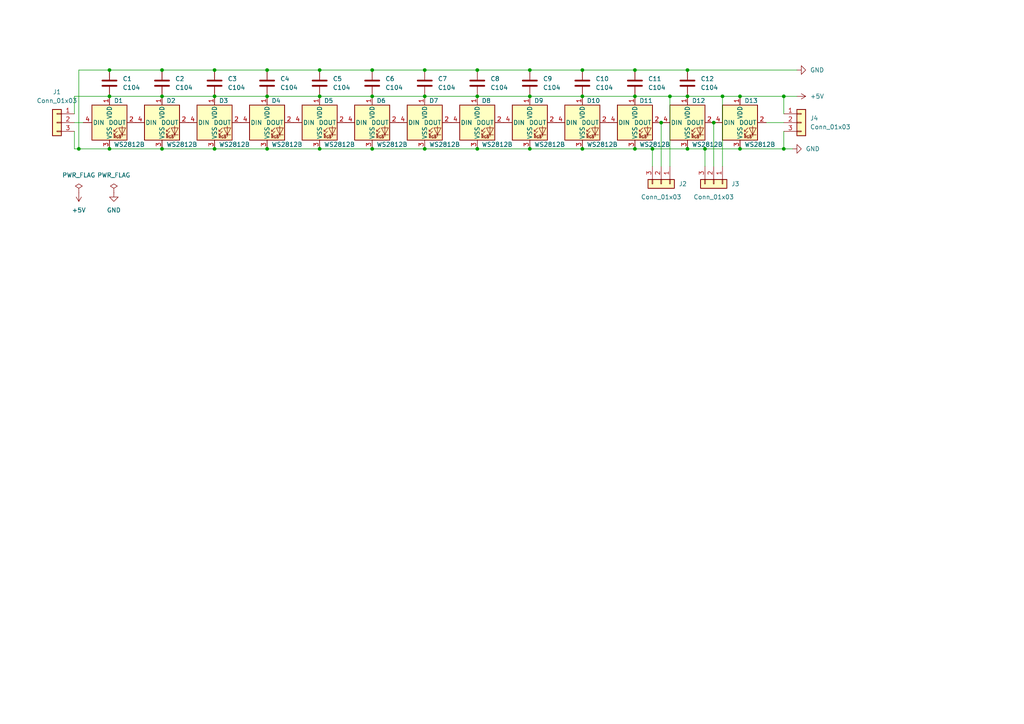
<source format=kicad_sch>
(kicad_sch (version 20211123) (generator eeschema)
  (paper "A4")
  (lib_symbols
    (symbol "Connector_Generic:Conn_01x03" (pin_names (offset 1.016) hide)
      (property "Reference" "J" (at 0 5.08 0))
      (property "Value" "Conn_01x03" (at 0 -5.08 0))
      (symbol "Conn_01x03_1_1"
        (rectangle (start -1.27 -2.413) (end 0 -2.667) (stroke (width 0.1524)))
        (rectangle (start -1.27 0.127) (end 0 -0.127) (stroke (width 0.1524)))
        (rectangle (start -1.27 2.667) (end 0 2.413) (stroke (width 0.1524)))
        (rectangle (start -1.27 3.81) (end 1.27 -3.81) (stroke (width 0.254)) (fill (type background)))
        (pin passive line (at -5.08 2.54 0) (length 3.81) (name "Pin_1") (number "1"))
        (pin passive line (at -5.08 0 0) (length 3.81) (name "Pin_2") (number "2"))
        (pin passive line (at -5.08 -2.54 0) (length 3.81) (name "Pin_3") (number "3"))
      )
    )
    (symbol "Device:C" (pin_numbers hide) (pin_names (offset 0.254))
      (property "Reference" "C" (at 0.635 2.54 0))
      (property "Value" "C" (at 0.635 -2.54 0))
      (symbol "C_0_1"
        (polyline (pts (xy -2.032 -0.762) (xy 2.032 -0.762)) (stroke (width 0.508)))
        (polyline (pts (xy -2.032 0.762) (xy 2.032 0.762)) (stroke (width 0.508)))
      )
      (symbol "C_1_1"
        (pin passive line (at 0 3.81 270) (length 2.794) (name "~") (number "1"))
        (pin passive line (at 0 -3.81 90) (length 2.794) (name "~") (number "2"))
      )
    )
    (symbol "LED:WS2812B" (pin_names (offset 0.254))
      (property "Reference" "D" (at 5.08 5.715 0))
      (property "Value" "WS2812B" (at 1.27 -5.715 0))
      (symbol "WS2812B_0_0"
        (text "RGB" (at 2.286 -4.191 0) (effects (font (size 0.762 0.762))))
      )
      (symbol "WS2812B_0_1"
        (polyline (pts (xy 1.27 -3.556) (xy 1.778 -3.556)))
        (polyline (pts (xy 1.27 -2.54) (xy 1.778 -2.54)))
        (polyline (pts (xy 4.699 -3.556) (xy 2.667 -3.556)))
        (polyline (pts (xy 2.286 -2.54) (xy 1.27 -3.556) (xy 1.27 -3.048)))
        (polyline (pts (xy 2.286 -1.524) (xy 1.27 -2.54) (xy 1.27 -2.032)))
        (polyline (pts (xy 3.683 -1.016) (xy 3.683 -3.556) (xy 3.683 -4.064)))
        (polyline (pts (xy 4.699 -1.524) (xy 2.667 -1.524) (xy 3.683 -3.556) (xy 4.699 -1.524)))
        (rectangle (start 5.08 5.08) (end -5.08 -5.08) (stroke (width 0.254)) (fill (type background)))
      )
      (symbol "WS2812B_1_1"
        (pin power_in line (at 0 7.62 270) (length 2.54) (name "VDD") (number "1"))
        (pin output line (at 7.62 0 180) (length 2.54) (name "DOUT") (number "2"))
        (pin power_in line (at 0 -7.62 90) (length 2.54) (name "VSS") (number "3"))
        (pin input line (at -7.62 0 0) (length 2.54) (name "DIN") (number "4"))
      )
    )
    (symbol "power:+5V" (power) (pin_names (offset 0))
      (property "Value" "+5V" (at 0 3.556 0))
      (symbol "+5V_0_1"
        (polyline (pts (xy -0.762 1.27) (xy 0 2.54)))
        (polyline (pts (xy 0 0) (xy 0 2.54)))
        (polyline (pts (xy 0 2.54) (xy 0.762 1.27)))
      )
      (symbol "+5V_1_1"
        (pin power_in line (at 0 0 90) (length 0) hide (name "+5V") (number "1"))
      )
    )
    (symbol "power:GND" (power) (pin_names (offset 0))
      (property "Value" "GND" (at 0 -3.81 0))
      (symbol "GND_0_1"
        (polyline (pts (xy 0 0) (xy 0 -1.27) (xy 1.27 -1.27) (xy 0 -2.54) (xy -1.27 -1.27) (xy 0 -1.27)))
      )
      (symbol "GND_1_1"
        (pin power_in line (at 0 0 270) (length 0) hide (name "GND") (number "1"))
      )
    )
    (symbol "power:PWR_FLAG" (power) (pin_numbers hide) (pin_names (offset 0) hide)
      (property "Value" "PWR_FLAG" (at 0 3.81 0))
      (symbol "PWR_FLAG_0_0"
        (pin power_out line (at 0 0 90) (length 0) (name "pwr") (number "1"))
      )
      (symbol "PWR_FLAG_0_1"
        (polyline (pts (xy 0 0) (xy 0 1.27) (xy -1.016 1.905) (xy 0 2.54) (xy 1.016 1.905) (xy 0 1.27)))
      )
    )
  )
  (junction (at 46.99 43.18))
  (junction (at 62.23 20.32))
  (junction (at 199.39 27.94))
  (junction (at 227.33 27.94))
  (junction (at 123.19 27.94))
  (junction (at 227.33 43.18))
  (junction (at 153.67 20.32))
  (junction (at 46.99 27.94))
  (junction (at 199.39 43.18))
  (junction (at 199.39 20.32))
  (junction (at 168.91 27.94))
  (junction (at 77.47 20.32))
  (junction (at 31.75 20.32))
  (junction (at 92.71 43.18))
  (junction (at 46.99 20.32))
  (junction (at 184.15 43.18))
  (junction (at 77.47 27.94))
  (junction (at 138.43 43.18))
  (junction (at 168.91 43.18))
  (junction (at 123.19 20.32))
  (junction (at 22.86 43.18))
  (junction (at 31.75 27.94))
  (junction (at 184.15 27.94))
  (junction (at 107.95 27.94))
  (junction (at 204.47 43.18))
  (junction (at 184.15 20.32))
  (junction (at 209.55 27.94))
  (junction (at 107.95 43.18))
  (junction (at 194.31 27.94))
  (junction (at 107.95 20.32))
  (junction (at 92.71 20.32))
  (junction (at 153.67 43.18))
  (junction (at 62.23 43.18))
  (junction (at 77.47 43.18))
  (junction (at 189.23 43.18))
  (junction (at 31.75 43.18))
  (junction (at 153.67 27.94))
  (junction (at 168.91 20.32))
  (junction (at 207.01 35.56))
  (junction (at 62.23 27.94))
  (junction (at 214.63 27.94))
  (junction (at 214.63 43.18))
  (junction (at 92.71 27.94))
  (junction (at 138.43 27.94))
  (junction (at 138.43 20.32))
  (junction (at 191.77 35.56))
  (junction (at 123.19 43.18))
  (wire (pts (xy 31.75 27.94) (xy 46.99 27.94)))
  (wire (pts (xy 189.23 43.18) (xy 199.39 43.18)))
  (wire (pts (xy 22.86 20.32) (xy 22.86 43.18)))
  (wire (pts (xy 199.39 20.32) (xy 231.14 20.32)))
  (wire (pts (xy 21.59 27.94) (xy 21.59 33.02)))
  (wire (pts (xy 31.75 20.32) (xy 46.99 20.32)))
  (wire (pts (xy 46.99 27.94) (xy 62.23 27.94)))
  (wire (pts (xy 46.99 20.32) (xy 62.23 20.32)))
  (wire (pts (xy 194.31 27.94) (xy 194.31 48.26)))
  (wire (pts (xy 123.19 20.32) (xy 138.43 20.32)))
  (wire (pts (xy 214.63 43.18) (xy 227.33 43.18)))
  (wire (pts (xy 138.43 20.32) (xy 153.67 20.32)))
  (wire (pts (xy 92.71 43.18) (xy 107.95 43.18)))
  (wire (pts (xy 227.33 27.94) (xy 227.33 33.02)))
  (wire (pts (xy 62.23 43.18) (xy 77.47 43.18)))
  (wire (pts (xy 77.47 27.94) (xy 92.71 27.94)))
  (wire (pts (xy 62.23 27.94) (xy 77.47 27.94)))
  (wire (pts (xy 153.67 43.18) (xy 168.91 43.18)))
  (wire (pts (xy 194.31 27.94) (xy 199.39 27.94)))
  (wire (pts (xy 107.95 20.32) (xy 123.19 20.32)))
  (wire (pts (xy 214.63 27.94) (xy 227.33 27.94)))
  (wire (pts (xy 168.91 43.18) (xy 184.15 43.18)))
  (wire (pts (xy 204.47 43.18) (xy 214.63 43.18)))
  (wire (pts (xy 123.19 27.94) (xy 138.43 27.94)))
  (wire (pts (xy 189.23 43.18) (xy 189.23 48.26)))
  (wire (pts (xy 107.95 27.94) (xy 123.19 27.94)))
  (wire (pts (xy 107.95 43.18) (xy 123.19 43.18)))
  (wire (pts (xy 123.19 43.18) (xy 138.43 43.18)))
  (wire (pts (xy 92.71 20.32) (xy 107.95 20.32)))
  (wire (pts (xy 21.59 35.56) (xy 24.13 35.56)))
  (wire (pts (xy 184.15 20.32) (xy 199.39 20.32)))
  (wire (pts (xy 227.33 38.1) (xy 227.33 43.18)))
  (wire (pts (xy 209.55 27.94) (xy 209.55 48.26)))
  (wire (pts (xy 31.75 27.94) (xy 21.59 27.94)))
  (wire (pts (xy 191.77 35.56) (xy 191.77 48.26)))
  (wire (pts (xy 22.86 43.18) (xy 31.75 43.18)))
  (wire (pts (xy 184.15 43.18) (xy 189.23 43.18)))
  (wire (pts (xy 168.91 27.94) (xy 184.15 27.94)))
  (wire (pts (xy 222.25 35.56) (xy 227.33 35.56)))
  (wire (pts (xy 77.47 20.32) (xy 92.71 20.32)))
  (wire (pts (xy 21.59 43.18) (xy 22.86 43.18)))
  (wire (pts (xy 168.91 20.32) (xy 184.15 20.32)))
  (wire (pts (xy 77.47 43.18) (xy 92.71 43.18)))
  (wire (pts (xy 21.59 38.1) (xy 21.59 43.18)))
  (wire (pts (xy 138.43 27.94) (xy 153.67 27.94)))
  (wire (pts (xy 209.55 27.94) (xy 214.63 27.94)))
  (wire (pts (xy 46.99 43.18) (xy 62.23 43.18)))
  (wire (pts (xy 138.43 43.18) (xy 153.67 43.18)))
  (wire (pts (xy 62.23 20.32) (xy 77.47 20.32)))
  (wire (pts (xy 22.86 20.32) (xy 31.75 20.32)))
  (wire (pts (xy 153.67 27.94) (xy 168.91 27.94)))
  (wire (pts (xy 199.39 43.18) (xy 204.47 43.18)))
  (wire (pts (xy 227.33 27.94) (xy 231.14 27.94)))
  (wire (pts (xy 31.75 43.18) (xy 46.99 43.18)))
  (wire (pts (xy 92.71 27.94) (xy 107.95 27.94)))
  (wire (pts (xy 207.01 35.56) (xy 207.01 48.26)))
  (wire (pts (xy 227.33 43.18) (xy 229.87 43.18)))
  (wire (pts (xy 199.39 27.94) (xy 209.55 27.94)))
  (wire (pts (xy 153.67 20.32) (xy 168.91 20.32)))
  (wire (pts (xy 184.15 27.94) (xy 194.31 27.94)))
  (wire (pts (xy 204.47 43.18) (xy 204.47 48.26)))
  (symbol (lib_id "Device:C") (at 184.15 24.13 0) (unit 1)
    (property "Reference" "C11" (at 187.96 22.8599 0) (effects (justify left)))
    (property "Value" "C104" (at 187.96 25.3999 0) (effects (justify left)))
    (property "Footprint" "Capacitor_SMD:C_1206_3216Metric_Pad1.33x1.80mm_HandSolder" (effects hide))
    (property "LCSC Part #" "C24497" (effects hide))
  )
  (symbol (lib_id "LED:WS2812B") (at 123.19 35.56 0) (unit 1)
    (property "Reference" "D7" (at 124.46 29.21 0) (effects (justify left)))
    (property "Value" "WS2812B" (at 124.46 41.91 0) (effects (justify left)))
    (property "Footprint" "LED_SMD:LED_WS2812B_PLCC4_5.0x5.0mm_P3.2mm" (effects hide))
    (property "Datasheet" "https://cdn-shop.adafruit.com/datasheets/WS2812B.pdf" (effects hide))
    (property "LCSC Part #" "C2761795" (effects hide))
  )
  (symbol (lib_id "Connector_Generic:Conn_01x03") (at 16.51 35.56 0) (mirror y) (unit 1) (in_bom no)
    (property "Reference" "J1" (at 16.51 26.67 0))
    (property "Value" "Conn_01x03" (at 16.51 29.21 0))
    (property "Footprint" "ProjectLibrary:SolderWirePad_1x03_SMD_1x3mm" (effects hide))
  )
  (symbol (lib_id "LED:WS2812B") (at 138.43 35.56 0) (unit 1)
    (property "Reference" "D8" (at 139.7 29.21 0) (effects (justify left)))
    (property "Value" "WS2812B" (at 139.7 41.91 0) (effects (justify left)))
    (property "Footprint" "LED_SMD:LED_WS2812B_PLCC4_5.0x5.0mm_P3.2mm" (effects hide))
    (property "Datasheet" "https://cdn-shop.adafruit.com/datasheets/WS2812B.pdf" (effects hide))
    (property "LCSC Part #" "C2761795" (effects hide))
  )
  (symbol (lib_id "Connector_Generic:Conn_01x03") (at 191.77 53.34 270) (unit 1) (in_bom no)
    (property "Reference" "J2" (at 196.85 53.34 90) (effects (justify left)))
    (property "Value" "Conn_01x03" (at 191.77 57.15 90))
    (property "Footprint" "ProjectLibrary:SolderWirePad_1x03_SMD_1x3mm" (effects hide))
  )
  (symbol (lib_id "Device:C") (at 77.47 24.13 0) (unit 1)
    (property "Reference" "C4" (at 81.28 22.8599 0) (effects (justify left)))
    (property "Value" "C104" (at 81.28 25.3999 0) (effects (justify left)))
    (property "Footprint" "Capacitor_SMD:C_1206_3216Metric_Pad1.33x1.80mm_HandSolder" (effects hide))
    (property "LCSC Part #" "C24497" (effects hide))
  )
  (symbol (lib_id "LED:WS2812B") (at 92.71 35.56 0) (unit 1)
    (property "Reference" "D5" (at 93.98 29.21 0) (effects (justify left)))
    (property "Value" "WS2812B" (at 93.98 41.91 0) (effects (justify left)))
    (property "Footprint" "LED_SMD:LED_WS2812B_PLCC4_5.0x5.0mm_P3.2mm" (effects hide))
    (property "Datasheet" "https://cdn-shop.adafruit.com/datasheets/WS2812B.pdf" (effects hide))
    (property "LCSC Part #" "C2761795" (effects hide))
  )
  (symbol (lib_id "Device:C") (at 46.99 24.13 0) (unit 1)
    (property "Reference" "C2" (at 50.8 22.8599 0) (effects (justify left)))
    (property "Value" "C104" (at 50.8 25.3999 0) (effects (justify left)))
    (property "Footprint" "Capacitor_SMD:C_1206_3216Metric_Pad1.33x1.80mm_HandSolder" (effects hide))
    (property "LCSC Part #" "C24497" (effects hide))
  )
  (symbol (lib_id "Device:C") (at 92.71 24.13 0) (unit 1)
    (property "Reference" "C5" (at 96.52 22.8599 0) (effects (justify left)))
    (property "Value" "C104" (at 96.52 25.3999 0) (effects (justify left)))
    (property "Footprint" "Capacitor_SMD:C_1206_3216Metric_Pad1.33x1.80mm_HandSolder" (effects hide))
    (property "LCSC Part #" "C24497" (effects hide))
  )
  (symbol (lib_id "LED:WS2812B") (at 62.23 35.56 0) (unit 1)
    (property "Reference" "D3" (at 63.5 29.21 0) (effects (justify left)))
    (property "Value" "WS2812B" (at 63.5 41.91 0) (effects (justify left)))
    (property "Footprint" "LED_SMD:LED_WS2812B_PLCC4_5.0x5.0mm_P3.2mm" (effects hide))
    (property "Datasheet" "https://cdn-shop.adafruit.com/datasheets/WS2812B.pdf" (effects hide))
    (property "LCSC Part #" "C2761795" (effects hide))
  )
  (symbol (lib_id "power:PWR_FLAG") (at 33.02 55.88 0) (unit 1)
    (property "Reference" "#FLG0102" (effects hide))
    (property "Value" "PWR_FLAG" (at 33.02 50.8 0))
  )
  (symbol (lib_id "Device:C") (at 199.39 24.13 0) (unit 1)
    (property "Reference" "C12" (at 203.2 22.8599 0) (effects (justify left)))
    (property "Value" "C104" (at 203.2 25.3999 0) (effects (justify left)))
    (property "Footprint" "Capacitor_SMD:C_1206_3216Metric_Pad1.33x1.80mm_HandSolder" (effects hide))
    (property "LCSC Part #" "C24497" (effects hide))
  )
  (symbol (lib_id "LED:WS2812B") (at 214.63 35.56 0) (unit 1)
    (property "Reference" "D13" (at 215.9 29.21 0) (effects (justify left)))
    (property "Value" "WS2812B" (at 215.9 41.91 0) (effects (justify left)))
    (property "Footprint" "LED_SMD:LED_WS2812B_PLCC4_5.0x5.0mm_P3.2mm" (effects hide))
    (property "Datasheet" "https://cdn-shop.adafruit.com/datasheets/WS2812B.pdf" (effects hide))
    (property "LCSC Part #" "C2761795" (effects hide))
  )
  (symbol (lib_id "LED:WS2812B") (at 153.67 35.56 0) (unit 1)
    (property "Reference" "D9" (at 154.94 29.21 0) (effects (justify left)))
    (property "Value" "WS2812B" (at 154.94 41.91 0) (effects (justify left)))
    (property "Footprint" "LED_SMD:LED_WS2812B_PLCC4_5.0x5.0mm_P3.2mm" (effects hide))
    (property "Datasheet" "https://cdn-shop.adafruit.com/datasheets/WS2812B.pdf" (effects hide))
    (property "LCSC Part #" "C2761795" (effects hide))
  )
  (symbol (lib_id "Device:C") (at 123.19 24.13 0) (unit 1)
    (property "Reference" "C7" (at 127 22.8599 0) (effects (justify left)))
    (property "Value" "C104" (at 127 25.3999 0) (effects (justify left)))
    (property "Footprint" "Capacitor_SMD:C_1206_3216Metric_Pad1.33x1.80mm_HandSolder" (effects hide))
    (property "LCSC Part #" "C24497" (effects hide))
  )
  (symbol (lib_id "LED:WS2812B") (at 46.99 35.56 0) (unit 1)
    (property "Reference" "D2" (at 48.26 29.21 0) (effects (justify left)))
    (property "Value" "WS2812B" (at 48.26 41.91 0) (effects (justify left)))
    (property "Footprint" "LED_SMD:LED_WS2812B_PLCC4_5.0x5.0mm_P3.2mm" (effects hide))
    (property "Datasheet" "https://cdn-shop.adafruit.com/datasheets/WS2812B.pdf" (effects hide))
    (property "LCSC Part #" "C2761795" (effects hide))
  )
  (symbol (lib_id "Device:C") (at 107.95 24.13 0) (unit 1)
    (property "Reference" "C6" (at 111.76 22.8599 0) (effects (justify left)))
    (property "Value" "C104" (at 111.76 25.3999 0) (effects (justify left)))
    (property "Footprint" "Capacitor_SMD:C_1206_3216Metric_Pad1.33x1.80mm_HandSolder" (effects hide))
    (property "LCSC Part #" "C24497" (effects hide))
  )
  (symbol (lib_id "power:PWR_FLAG") (at 22.86 55.88 0) (unit 1)
    (property "Reference" "#FLG0101" (effects hide))
    (property "Value" "PWR_FLAG" (at 22.86 50.8 0))
  )
  (symbol (lib_id "power:GND") (at 33.02 55.88 0) (unit 1)
    (property "Reference" "#PWR0102" (effects hide))
    (property "Value" "GND" (at 33.02 60.96 0))
  )
  (symbol (lib_id "LED:WS2812B") (at 77.47 35.56 0) (unit 1)
    (property "Reference" "D4" (at 78.74 29.21 0) (effects (justify left)))
    (property "Value" "WS2812B" (at 78.74 41.91 0) (effects (justify left)))
    (property "Footprint" "LED_SMD:LED_WS2812B_PLCC4_5.0x5.0mm_P3.2mm" (effects hide))
    (property "Datasheet" "https://cdn-shop.adafruit.com/datasheets/WS2812B.pdf" (effects hide))
    (property "LCSC Part #" "C2761795" (effects hide))
  )
  (symbol (lib_id "power:GND") (at 231.14 20.32 90) (unit 1)
    (property "Reference" "#PWR0101" (effects hide))
    (property "Value" "GND" (at 234.95 20.3199 90) (effects (justify right)))
  )
  (symbol (lib_id "Device:C") (at 138.43 24.13 0) (unit 1)
    (property "Reference" "C8" (at 142.24 22.8599 0) (effects (justify left)))
    (property "Value" "C104" (at 142.24 25.3999 0) (effects (justify left)))
    (property "Footprint" "Capacitor_SMD:C_1206_3216Metric_Pad1.33x1.80mm_HandSolder" (effects hide))
    (property "LCSC Part #" "C24497" (effects hide))
  )
  (symbol (lib_id "Device:C") (at 62.23 24.13 0) (unit 1)
    (property "Reference" "C3" (at 66.04 22.8599 0) (effects (justify left)))
    (property "Value" "C104" (at 66.04 25.3999 0) (effects (justify left)))
    (property "Footprint" "Capacitor_SMD:C_1206_3216Metric_Pad1.33x1.80mm_HandSolder" (effects hide))
    (property "LCSC Part #" "C24497" (effects hide))
  )
  (symbol (lib_id "LED:WS2812B") (at 199.39 35.56 0) (unit 1)
    (property "Reference" "D12" (at 200.66 29.21 0) (effects (justify left)))
    (property "Value" "WS2812B" (at 200.66 41.91 0) (effects (justify left)))
    (property "Footprint" "LED_SMD:LED_WS2812B_PLCC4_5.0x5.0mm_P3.2mm" (effects hide))
    (property "Datasheet" "https://cdn-shop.adafruit.com/datasheets/WS2812B.pdf" (effects hide))
    (property "LCSC Part #" "C2761795" (effects hide))
  )
  (symbol (lib_id "Device:C") (at 168.91 24.13 0) (unit 1)
    (property "Reference" "C10" (at 172.72 22.8599 0) (effects (justify left)))
    (property "Value" "C104" (at 172.72 25.3999 0) (effects (justify left)))
    (property "Footprint" "Capacitor_SMD:C_1206_3216Metric_Pad1.33x1.80mm_HandSolder" (effects hide))
    (property "LCSC Part #" "C24497" (effects hide))
  )
  (symbol (lib_id "LED:WS2812B") (at 107.95 35.56 0) (unit 1)
    (property "Reference" "D6" (at 109.22 29.21 0) (effects (justify left)))
    (property "Value" "WS2812B" (at 109.22 41.91 0) (effects (justify left)))
    (property "Footprint" "LED_SMD:LED_WS2812B_PLCC4_5.0x5.0mm_P3.2mm" (effects hide))
    (property "Datasheet" "https://cdn-shop.adafruit.com/datasheets/WS2812B.pdf" (effects hide))
    (property "LCSC Part #" "C2761795" (effects hide))
  )
  (symbol (lib_id "Connector_Generic:Conn_01x03") (at 207.01 53.34 270) (unit 1) (in_bom no)
    (property "Reference" "J3" (at 212.09 53.34 90) (effects (justify left)))
    (property "Value" "Conn_01x03" (at 207.01 57.15 90))
    (property "Footprint" "ProjectLibrary:SolderWirePad_1x03_SMD_1x3mm" (effects hide))
  )
  (symbol (lib_id "power:+5V") (at 231.14 27.94 270) (unit 1)
    (property "Reference" "#PWR02" (effects hide))
    (property "Value" "+5V" (at 234.95 27.9399 90) (effects (justify left)))
  )
  (symbol (lib_id "Connector_Generic:Conn_01x03") (at 232.41 35.56 0) (unit 1) (in_bom no)
    (property "Reference" "J4" (at 234.95 34.2899 0) (effects (justify left)))
    (property "Value" "Conn_01x03" (at 234.95 36.8299 0) (effects (justify left)))
    (property "Footprint" "ProjectLibrary:SolderWirePad_1x03_SMD_1x3mm" (effects hide))
  )
  (symbol (lib_id "Device:C") (at 31.75 24.13 0) (unit 1)
    (property "Reference" "C1" (at 35.56 22.8599 0) (effects (justify left)))
    (property "Value" "C104" (at 35.56 25.3999 0) (effects (justify left)))
    (property "Footprint" "Capacitor_SMD:C_1206_3216Metric_Pad1.33x1.80mm_HandSolder" (effects hide))
    (property "LCSC Part #" "C24497" (effects hide))
  )
  (symbol (lib_id "power:+5V") (at 22.86 55.88 180) (unit 1)
    (property "Reference" "#PWR0103" (effects hide))
    (property "Value" "+5V" (at 22.86 60.96 0))
  )
  (symbol (lib_id "Device:C") (at 153.67 24.13 0) (unit 1)
    (property "Reference" "C9" (at 157.48 22.8599 0) (effects (justify left)))
    (property "Value" "C104" (at 157.48 25.3999 0) (effects (justify left)))
    (property "Footprint" "Capacitor_SMD:C_1206_3216Metric_Pad1.33x1.80mm_HandSolder" (effects hide))
    (property "LCSC Part #" "C24497" (effects hide))
  )
  (symbol (lib_id "LED:WS2812B") (at 31.75 35.56 0) (unit 1)
    (property "Reference" "D1" (at 33.02 29.21 0) (effects (justify left)))
    (property "Value" "WS2812B" (at 33.02 41.91 0) (effects (justify left)))
    (property "Footprint" "LED_SMD:LED_WS2812B_PLCC4_5.0x5.0mm_P3.2mm" (effects hide))
    (property "Datasheet" "https://cdn-shop.adafruit.com/datasheets/WS2812B.pdf" (effects hide))
    (property "LCSC Part #" "C2761795" (effects hide))
  )
  (symbol (lib_id "LED:WS2812B") (at 168.91 35.56 0) (unit 1)
    (property "Reference" "D10" (at 170.18 29.21 0) (effects (justify left)))
    (property "Value" "WS2812B" (at 170.18 41.91 0) (effects (justify left)))
    (property "Footprint" "LED_SMD:LED_WS2812B_PLCC4_5.0x5.0mm_P3.2mm" (effects hide))
    (property "Datasheet" "https://cdn-shop.adafruit.com/datasheets/WS2812B.pdf" (effects hide))
    (property "LCSC Part #" "C2761795" (effects hide))
  )
  (symbol (lib_id "power:GND") (at 229.87 43.18 90) (unit 1)
    (property "Reference" "#PWR01" (effects hide))
    (property "Value" "GND" (at 233.68 43.1799 90) (effects (justify right)))
  )
  (symbol (lib_id "LED:WS2812B") (at 184.15 35.56 0) (unit 1)
    (property "Reference" "D11" (at 185.42 29.21 0) (effects (justify left)))
    (property "Value" "WS2812B" (at 185.42 41.91 0) (effects (justify left)))
    (property "Footprint" "LED_SMD:LED_WS2812B_PLCC4_5.0x5.0mm_P3.2mm" (effects hide))
    (property "Datasheet" "https://cdn-shop.adafruit.com/datasheets/WS2812B.pdf" (effects hide))
    (property "LCSC Part #" "C2761795" (effects hide))
  )
)
</source>
